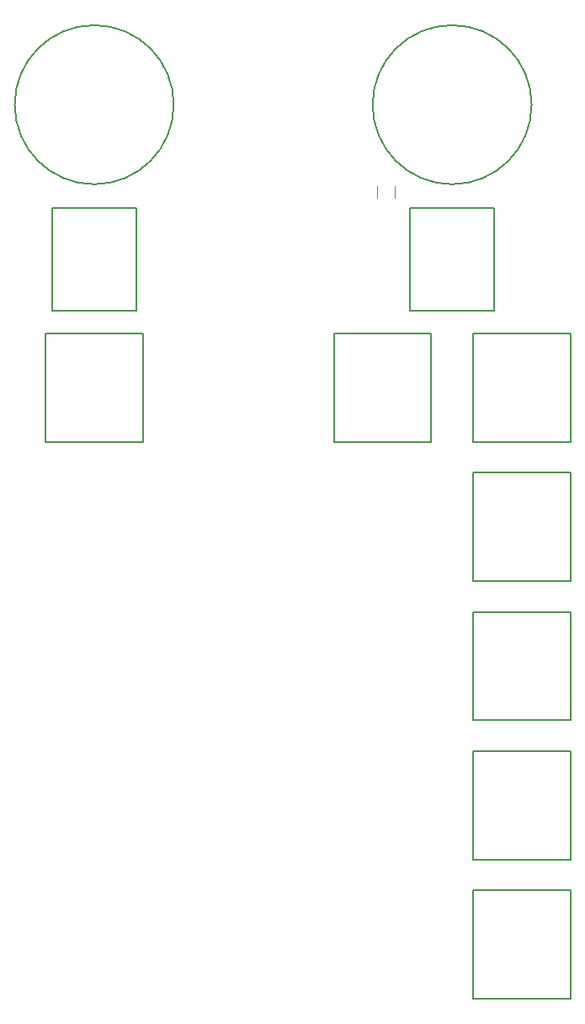
<source format=gto>
G04 #@! TF.FileFunction,Legend,Top*
%FSLAX46Y46*%
G04 Gerber Fmt 4.6, Leading zero omitted, Abs format (unit mm)*
G04 Created by KiCad (PCBNEW 4.0.1-stable) date 26/04/2018 08:36:00*
%MOMM*%
G01*
G04 APERTURE LIST*
%ADD10C,0.100000*%
%ADD11C,0.150000*%
%ADD12C,0.120000*%
G04 APERTURE END LIST*
D10*
D11*
X77025000Y-91900000D02*
X86825000Y-91900000D01*
X77025000Y-81000000D02*
X86825000Y-81000000D01*
X86825000Y-81000000D02*
X86825000Y-91900000D01*
X77025000Y-91900000D02*
X77025000Y-81000000D01*
X120025000Y-91900000D02*
X129825000Y-91900000D01*
X120025000Y-81000000D02*
X129825000Y-81000000D01*
X129825000Y-81000000D02*
X129825000Y-91900000D01*
X120025000Y-91900000D02*
X120025000Y-81000000D01*
X120025000Y-105900000D02*
X129825000Y-105900000D01*
X120025000Y-95000000D02*
X129825000Y-95000000D01*
X129825000Y-95000000D02*
X129825000Y-105900000D01*
X120025000Y-105900000D02*
X120025000Y-95000000D01*
X120025000Y-119900000D02*
X129825000Y-119900000D01*
X120025000Y-109000000D02*
X129825000Y-109000000D01*
X129825000Y-109000000D02*
X129825000Y-119900000D01*
X120025000Y-119900000D02*
X120025000Y-109000000D01*
X120025000Y-133900000D02*
X129825000Y-133900000D01*
X120025000Y-123000000D02*
X129825000Y-123000000D01*
X129825000Y-123000000D02*
X129825000Y-133900000D01*
X120025000Y-133900000D02*
X120025000Y-123000000D01*
X120025000Y-147900000D02*
X129825000Y-147900000D01*
X120025000Y-137000000D02*
X129825000Y-137000000D01*
X129825000Y-137000000D02*
X129825000Y-147900000D01*
X120025000Y-147900000D02*
X120025000Y-137000000D01*
X89925000Y-58000000D02*
G75*
G03X89925000Y-58000000I-8000000J0D01*
G01*
X125925000Y-58000000D02*
G75*
G03X125925000Y-58000000I-8000000J0D01*
G01*
D12*
X112180000Y-66200000D02*
X112180000Y-67400000D01*
X110420000Y-67400000D02*
X110420000Y-66200000D01*
D11*
X77675000Y-78700000D02*
X86175000Y-78700000D01*
X77675000Y-68400000D02*
X86175000Y-68400000D01*
X86175000Y-68400000D02*
X86175000Y-78700000D01*
X77675000Y-78700000D02*
X77675000Y-68400000D01*
X113675000Y-78700000D02*
X122175000Y-78700000D01*
X113675000Y-68400000D02*
X122175000Y-68400000D01*
X122175000Y-68400000D02*
X122175000Y-78700000D01*
X113675000Y-78700000D02*
X113675000Y-68400000D01*
X106025000Y-91900000D02*
X115825000Y-91900000D01*
X106025000Y-81000000D02*
X115825000Y-81000000D01*
X115825000Y-81000000D02*
X115825000Y-91900000D01*
X106025000Y-91900000D02*
X106025000Y-81000000D01*
M02*

</source>
